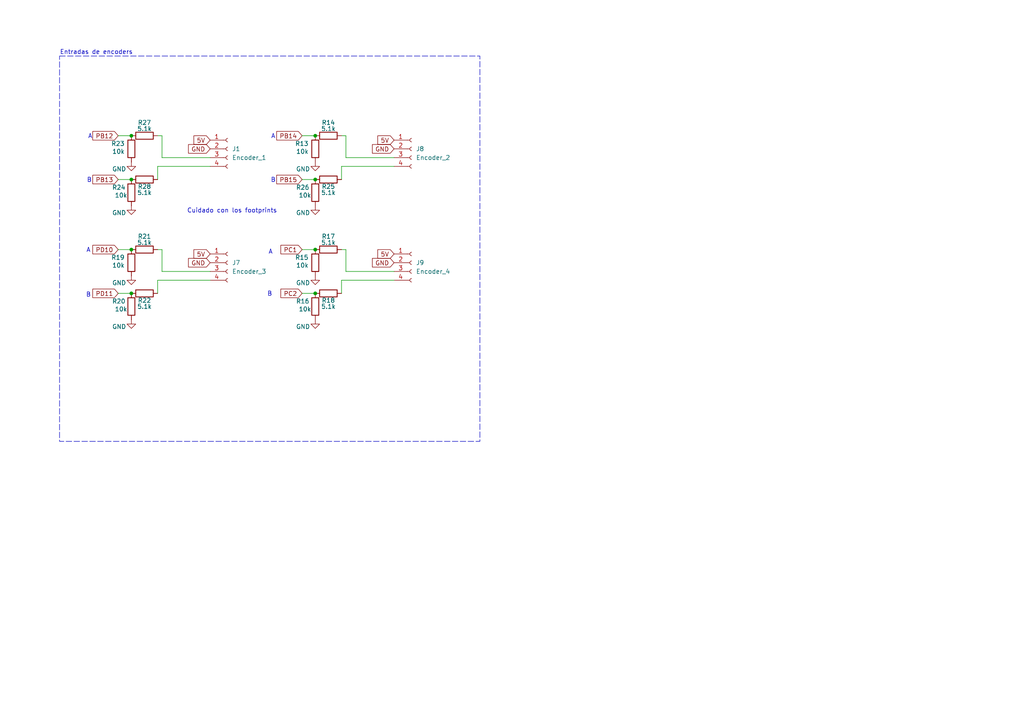
<source format=kicad_sch>
(kicad_sch (version 20231120) (generator "eeschema") (generator_version "8.0")
  (paper "A4")
  (lib_symbols
    (symbol "Connector:Conn_01x04_Socket" (pin_names (offset 1.016) hide)
      (property "Reference" "J" (at 0 5.08 0))
      (property "Value" "Conn_01x04_Socket" (at 0 -7.62 0))
      (symbol "Conn_01x04_Socket_1_1"
        (arc (start 0 -4.572) (mid -0.5058 -5.08) (end 0 -5.588) (stroke (width 0.1524)))
        (arc (start 0 -2.032) (mid -0.5058 -2.54) (end 0 -3.048) (stroke (width 0.1524)))
        (polyline (pts (xy -1.27 -5.08) (xy -0.508 -5.08)) (stroke (width 0.1524)))
        (polyline (pts (xy -1.27 -2.54) (xy -0.508 -2.54)) (stroke (width 0.1524)))
        (polyline (pts (xy -1.27 0) (xy -0.508 0)) (stroke (width 0.1524)))
        (polyline (pts (xy -1.27 2.54) (xy -0.508 2.54)) (stroke (width 0.1524)))
        (arc (start 0 0.508) (mid -0.5058 0) (end 0 -0.508) (stroke (width 0.1524)))
        (arc (start 0 3.048) (mid -0.5058 2.54) (end 0 2.032) (stroke (width 0.1524)))
        (pin passive line (at -5.08 2.54 0) (length 3.81) (name "Pin_1") (number "1"))
        (pin passive line (at -5.08 0 0) (length 3.81) (name "Pin_2") (number "2"))
        (pin passive line (at -5.08 -2.54 0) (length 3.81) (name "Pin_3") (number "3"))
        (pin passive line (at -5.08 -5.08 0) (length 3.81) (name "Pin_4") (number "4"))
      )
    )
    (symbol "Device:R" (pin_numbers hide) (pin_names (offset 0))
      (property "Reference" "R" (at 2.032 0 90))
      (property "Value" "R" (at 0 0 90))
      (symbol "R_0_1"
        (rectangle (start -1.016 -2.54) (end 1.016 2.54) (stroke (width 0.254)))
      )
      (symbol "R_1_1"
        (pin passive line (at 0 3.81 270) (length 1.27) (name "~") (number "1"))
        (pin passive line (at 0 -3.81 90) (length 1.27) (name "~") (number "2"))
      )
    )
    (symbol "power:GND" (power) (pin_numbers hide) (pin_names (offset 0) hide)
      (property "Value" "GND" (at 0 -3.81 0))
      (symbol "GND_0_1"
        (polyline (pts (xy 0 0) (xy 0 -1.27) (xy 1.27 -1.27) (xy 0 -2.54) (xy -1.27 -1.27) (xy 0 -1.27)))
      )
      (symbol "GND_1_1"
        (pin power_in line (at 0 0 270) (length 0) (name "~") (number "1"))
      )
    )
  )
  (junction (at 91.44 39.37))
  (junction (at 91.44 72.39))
  (junction (at 91.44 52.07))
  (junction (at 91.44 85.09))
  (junction (at 38.1 72.39))
  (junction (at 38.1 85.09))
  (junction (at 38.1 52.07))
  (junction (at 38.1 39.37))
  (wire (pts (xy 99.06 39.37) (xy 100.33 39.37)))
  (wire (pts (xy 87.63 72.39) (xy 91.44 72.39)))
  (wire (pts (xy 100.33 78.74) (xy 114.3 78.74)))
  (wire (pts (xy 34.29 85.09) (xy 38.1 85.09)))
  (wire (pts (xy 45.72 52.07) (xy 45.72 48.26)))
  (wire (pts (xy 46.99 72.39) (xy 46.99 78.74)))
  (wire (pts (xy 34.29 72.39) (xy 38.1 72.39)))
  (wire (pts (xy 45.72 72.39) (xy 46.99 72.39)))
  (wire (pts (xy 100.33 39.37) (xy 100.33 45.72)))
  (wire (pts (xy 46.99 78.74) (xy 60.96 78.74)))
  (wire (pts (xy 45.72 85.09) (xy 45.72 81.28)))
  (wire (pts (xy 34.29 52.07) (xy 38.1 52.07)))
  (wire (pts (xy 87.63 52.07) (xy 91.44 52.07)))
  (wire (pts (xy 99.06 72.39) (xy 100.33 72.39)))
  (wire (pts (xy 45.72 48.26) (xy 60.96 48.26)))
  (wire (pts (xy 100.33 72.39) (xy 100.33 78.74)))
  (wire (pts (xy 99.06 85.09) (xy 99.06 81.28)))
  (wire (pts (xy 46.99 39.37) (xy 46.99 45.72)))
  (wire (pts (xy 34.29 39.37) (xy 38.1 39.37)))
  (wire (pts (xy 100.33 45.72) (xy 114.3 45.72)))
  (wire (pts (xy 45.72 39.37) (xy 46.99 39.37)))
  (wire (pts (xy 87.63 39.37) (xy 91.44 39.37)))
  (wire (pts (xy 99.06 52.07) (xy 99.06 48.26)))
  (wire (pts (xy 46.99 45.72) (xy 60.96 45.72)))
  (wire (pts (xy 99.06 81.28) (xy 114.3 81.28)))
  (wire (pts (xy 99.06 48.26) (xy 114.3 48.26)))
  (wire (pts (xy 87.63 85.09) (xy 91.44 85.09)))
  (wire (pts (xy 45.72 81.28) (xy 60.96 81.28)))
  (rectangle (start 17.272 16.256) (end 139.192 128.016) (stroke (width 0) (type dash)))
  (text "Entradas de encoders\n" (at 27.94 15.24 0) (effects (font (size 1.27 1.27))))
  (text "B" (at 25.654 85.598 0) (effects (font (size 1.27 1.27))))
  (text "A" (at 26.162 39.624 0) (effects (font (size 1.27 1.27))))
  (text "B" (at 25.908 52.324 0) (effects (font (size 1.27 1.27))))
  (text "A" (at 79.248 39.624 0) (effects (font (size 1.27 1.27))))
  (text "B" (at 78.232 85.344 0) (effects (font (size 1.27 1.27))))
  (text "A" (at 78.486 73.152 0) (effects (font (size 1.27 1.27))))
  (text "A" (at 25.654 72.644 0) (effects (font (size 1.27 1.27))))
  (text "Cuidado con los footprints" (at 67.31 61.214 0) (effects (font (size 1.27 1.27))))
  (text "B" (at 79.248 52.324 0) (effects (font (size 1.27 1.27))))
  (global_label "PD10" (shape input) (at 34.29 72.39 180) (property "Intersheetrefs" "${INTERSHEET_REFS}" (effects (hide yes))))
  (global_label "PC1" (shape input) (at 87.63 72.39 180) (property "Intersheetrefs" "${INTERSHEET_REFS}" (effects (hide yes))))
  (global_label "PD11" (shape input) (at 34.29 85.09 180) (property "Intersheetrefs" "${INTERSHEET_REFS}" (effects (hide yes))))
  (global_label "GND" (shape input) (at 114.3 43.18 180) (property "Intersheetrefs" "${INTERSHEET_REFS}" (effects (hide yes))))
  (global_label "PB12" (shape input) (at 34.29 39.37 180) (property "Intersheetrefs" "${INTERSHEET_REFS}" (effects (hide yes))))
  (global_label "5V" (shape input) (at 60.96 40.64 180) (property "Intersheetrefs" "${INTERSHEET_REFS}" (effects (hide yes))))
  (global_label "5V" (shape input) (at 114.3 73.66 180) (property "Intersheetrefs" "${INTERSHEET_REFS}" (effects (hide yes))))
  (global_label "PB15" (shape input) (at 87.63 52.07 180) (property "Intersheetrefs" "${INTERSHEET_REFS}" (effects (hide yes))))
  (global_label "PB13" (shape input) (at 34.29 52.07 180) (property "Intersheetrefs" "${INTERSHEET_REFS}" (effects (hide yes))))
  (global_label "GND" (shape input) (at 114.3 76.2 180) (property "Intersheetrefs" "${INTERSHEET_REFS}" (effects (hide yes))))
  (global_label "5V" (shape input) (at 114.3 40.64 180) (property "Intersheetrefs" "${INTERSHEET_REFS}" (effects (hide yes))))
  (global_label "PB14" (shape input) (at 87.63 39.37 180) (property "Intersheetrefs" "${INTERSHEET_REFS}" (effects (hide yes))))
  (global_label "GND" (shape input) (at 60.96 76.2 180) (property "Intersheetrefs" "${INTERSHEET_REFS}" (effects (hide yes))))
  (global_label "5V" (shape input) (at 60.96 73.66 180) (property "Intersheetrefs" "${INTERSHEET_REFS}" (effects (hide yes))))
  (global_label "GND" (shape input) (at 60.96 43.18 180) (property "Intersheetrefs" "${INTERSHEET_REFS}" (effects (hide yes))))
  (global_label "PC2" (shape input) (at 87.63 85.09 180) (property "Intersheetrefs" "${INTERSHEET_REFS}" (effects (hide yes))))
  (symbol (lib_id "Device:R") (at 41.91 52.07 90) (unit 1)
    (property "Reference" "R28" (at 41.91 54.102 90))
    (property "Value" "5.1k" (at 41.91 55.88 90))
    (property "Description" "Resistor" (effects (hide yes)))
  )
  (symbol (lib_id "Connector:Conn_01x04_Socket") (at 119.38 43.18 0) (unit 1)
    (property "Reference" "J8" (at 120.65 43.1799 0) (effects (justify left)))
    (property "Value" "Encoder_2" (at 120.65 45.7199 0) (effects (justify left)))
    (property "Description" "Generic connector, single row, 01x04, script generated" (effects (hide yes)))
  )
  (symbol (lib_id "Device:R") (at 91.44 43.18 0) (unit 1)
    (property "Reference" "R13" (at 85.598 41.656 0) (effects (justify left)))
    (property "Value" "10k" (at 85.852 43.942 0) (effects (justify left)))
    (property "Description" "Resistor" (effects (hide yes)))
  )
  (symbol (lib_id "Device:R") (at 95.25 52.07 90) (unit 1)
    (property "Reference" "R25" (at 95.25 54.102 90))
    (property "Value" "5.1k" (at 95.25 55.88 90))
    (property "Description" "Resistor" (effects (hide yes)))
  )
  (symbol (lib_id "power:GND") (at 38.1 59.69 0) (unit 1)
    (property "Reference" "#PWR020" (effects (hide yes)))
    (property "Value" "GND" (at 34.544 61.722 0))
    (property "Description" "Power symbol creates a global label with name \"GND\" , ground" (effects (hide yes)))
  )
  (symbol (lib_id "Device:R") (at 91.44 88.9 0) (unit 1)
    (property "Reference" "R16" (at 85.852 87.376 0) (effects (justify left)))
    (property "Value" "10k" (at 86.614 89.662 0) (effects (justify left)))
    (property "Description" "Resistor" (effects (hide yes)))
  )
  (symbol (lib_id "power:GND") (at 38.1 92.71 0) (unit 1)
    (property "Reference" "#PWR017" (effects (hide yes)))
    (property "Value" "GND" (at 34.544 94.742 0))
    (property "Description" "Power symbol creates a global label with name \"GND\" , ground" (effects (hide yes)))
  )
  (symbol (lib_id "Device:R") (at 91.44 76.2 0) (unit 1)
    (property "Reference" "R15" (at 85.598 74.676 0) (effects (justify left)))
    (property "Value" "10k" (at 85.852 76.962 0) (effects (justify left)))
    (property "Description" "Resistor" (effects (hide yes)))
  )
  (symbol (lib_id "Device:R") (at 95.25 72.39 90) (unit 1)
    (property "Reference" "R17" (at 95.25 68.58 90))
    (property "Value" "5.1k" (at 95.25 70.358 90))
    (property "Description" "Resistor" (effects (hide yes)))
  )
  (symbol (lib_id "Device:R") (at 41.91 39.37 90) (unit 1)
    (property "Reference" "R27" (at 41.91 35.56 90))
    (property "Value" "5.1k" (at 41.91 37.338 90))
    (property "Description" "Resistor" (effects (hide yes)))
  )
  (symbol (lib_id "Device:R") (at 41.91 85.09 90) (unit 1)
    (property "Reference" "R22" (at 41.91 87.122 90))
    (property "Value" "5.1k" (at 41.91 88.9 90))
    (property "Description" "Resistor" (effects (hide yes)))
  )
  (symbol (lib_id "Device:R") (at 95.25 39.37 90) (unit 1)
    (property "Reference" "R14" (at 95.25 35.56 90))
    (property "Value" "5.1k" (at 95.25 37.338 90))
    (property "Description" "Resistor" (effects (hide yes)))
  )
  (symbol (lib_id "Connector:Conn_01x04_Socket") (at 66.04 43.18 0) (unit 1)
    (property "Reference" "J1" (at 67.31 43.1799 0) (effects (justify left)))
    (property "Value" "Encoder_1" (at 67.31 45.7199 0) (effects (justify left)))
    (property "Description" "Generic connector, single row, 01x04, script generated" (effects (hide yes)))
  )
  (symbol (lib_id "Device:R") (at 38.1 43.18 0) (unit 1)
    (property "Reference" "R23" (at 32.258 41.656 0) (effects (justify left)))
    (property "Value" "10k" (at 32.512 43.942 0) (effects (justify left)))
    (property "Description" "Resistor" (effects (hide yes)))
  )
  (symbol (lib_id "Device:R") (at 38.1 55.88 0) (unit 1)
    (property "Reference" "R24" (at 32.512 54.356 0) (effects (justify left)))
    (property "Value" "10k" (at 33.274 56.642 0) (effects (justify left)))
    (property "Description" "Resistor" (effects (hide yes)))
  )
  (symbol (lib_id "Device:R") (at 38.1 88.9 0) (unit 1)
    (property "Reference" "R20" (at 32.512 87.376 0) (effects (justify left)))
    (property "Value" "10k" (at 33.274 89.662 0) (effects (justify left)))
    (property "Description" "Resistor" (effects (hide yes)))
  )
  (symbol (lib_id "Connector:Conn_01x04_Socket") (at 66.04 76.2 0) (unit 1)
    (property "Reference" "J7" (at 67.31 76.1999 0) (effects (justify left)))
    (property "Value" "Encoder_3" (at 67.31 78.7399 0) (effects (justify left)))
    (property "Description" "Generic connector, single row, 01x04, script generated" (effects (hide yes)))
  )
  (symbol (lib_id "Device:R") (at 95.25 85.09 90) (unit 1)
    (property "Reference" "R18" (at 95.25 87.122 90))
    (property "Value" "5.1k" (at 95.25 88.9 90))
    (property "Description" "Resistor" (effects (hide yes)))
  )
  (symbol (lib_id "Connector:Conn_01x04_Socket") (at 119.38 76.2 0) (unit 1)
    (property "Reference" "J9" (at 120.65 76.1999 0) (effects (justify left)))
    (property "Value" "Encoder_4" (at 120.65 78.7399 0) (effects (justify left)))
    (property "Description" "Generic connector, single row, 01x04, script generated" (effects (hide yes)))
  )
  (symbol (lib_id "Device:R") (at 41.91 72.39 90) (unit 1)
    (property "Reference" "R21" (at 41.91 68.58 90))
    (property "Value" "5.1k" (at 41.91 70.358 90))
    (property "Description" "Resistor" (effects (hide yes)))
  )
  (symbol (lib_id "power:GND") (at 38.1 80.01 0) (unit 1)
    (property "Reference" "#PWR016" (effects (hide yes)))
    (property "Value" "GND" (at 34.544 82.042 0))
    (property "Description" "Power symbol creates a global label with name \"GND\" , ground" (effects (hide yes)))
  )
  (symbol (lib_id "power:GND") (at 38.1 46.99 0) (unit 1)
    (property "Reference" "#PWR018" (effects (hide yes)))
    (property "Value" "GND" (at 34.544 49.022 0))
    (property "Description" "Power symbol creates a global label with name \"GND\" , ground" (effects (hide yes)))
  )
  (symbol (lib_id "power:GND") (at 91.44 46.99 0) (unit 1)
    (property "Reference" "#PWR05" (effects (hide yes)))
    (property "Value" "GND" (at 87.884 49.022 0))
    (property "Description" "Power symbol creates a global label with name \"GND\" , ground" (effects (hide yes)))
  )
  (symbol (lib_id "power:GND") (at 91.44 59.69 0) (unit 1)
    (property "Reference" "#PWR019" (effects (hide yes)))
    (property "Value" "GND" (at 87.884 61.722 0))
    (property "Description" "Power symbol creates a global label with name \"GND\" , ground" (effects (hide yes)))
  )
  (symbol (lib_id "power:GND") (at 91.44 80.01 0) (unit 1)
    (property "Reference" "#PWR014" (effects (hide yes)))
    (property "Value" "GND" (at 87.884 82.042 0))
    (property "Description" "Power symbol creates a global label with name \"GND\" , ground" (effects (hide yes)))
  )
  (symbol (lib_id "Device:R") (at 38.1 76.2 0) (unit 1)
    (property "Reference" "R19" (at 32.258 74.676 0) (effects (justify left)))
    (property "Value" "10k" (at 32.512 76.962 0) (effects (justify left)))
    (property "Description" "Resistor" (effects (hide yes)))
  )
  (symbol (lib_id "Device:R") (at 91.44 55.88 0) (unit 1)
    (property "Reference" "R26" (at 85.852 54.356 0) (effects (justify left)))
    (property "Value" "10k" (at 86.614 56.642 0) (effects (justify left)))
    (property "Description" "Resistor" (effects (hide yes)))
  )
  (symbol (lib_id "power:GND") (at 91.44 92.71 0) (unit 1)
    (property "Reference" "#PWR015" (effects (hide yes)))
    (property "Value" "GND" (at 87.884 94.742 0))
    (property "Description" "Power symbol creates a global label with name \"GND\" , ground" (effects (hide yes)))
  )
)
</source>
